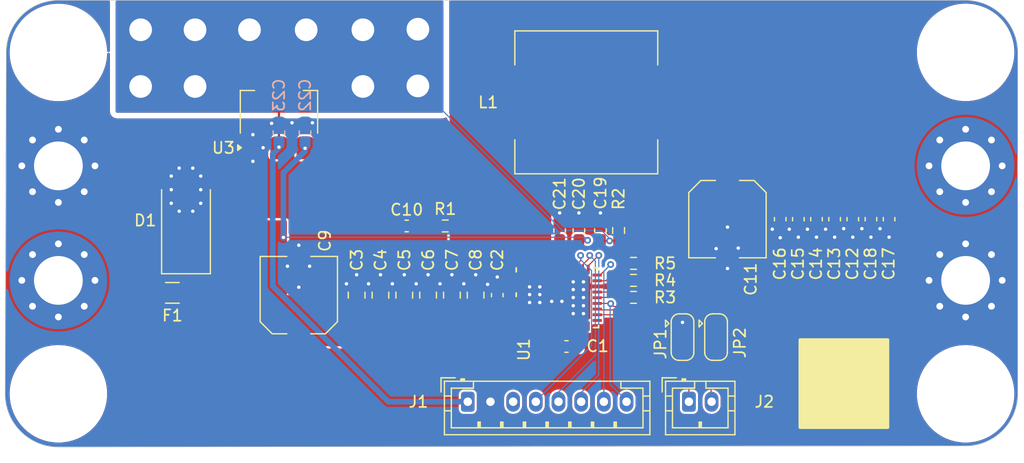
<source format=kicad_pcb>
(kicad_pcb (version 20241229) (generator "pcbnew") (generator_version "9.0")
  (layers (0 "F.Cu" signal) (4 "In1.Cu" signal) (6 "In2.Cu" signal) (2 "B.Cu" signal) (13 "F.Paste" user) (15 "B.Paste" user) (5 "F.SilkS" user "F.Silkscreen") (7 "B.SilkS" user "B.Silkscreen") (1 "F.Mask" user) (3 "B.Mask" user) (25 "Edge.Cuts" user))
  (net 0 "")
  (net 1 "Net-(U1-PH)")
  (net 2 "Net-(U1-BOOT)")
  (net 3 "GND")
  (net 4 "Vin")
  (net 5 "Net-(C10-Pad2)")
  (net 6 "Vout")
  (net 7 "+5V")
  (net 8 "Net-(U1-PVCC)")
  (net 9 "EN")
  (net 10 "Pgood")
  (net 11 "SCL")
  (net 12 "SALRT")
  (net 14 "SDA")
  (net 15 "Net-(J2-Pin_1)")
  (net 16 "Net-(J2-Pin_2)")
  (net 17 "Net-(JP1-C)")
  (net 18 "Net-(JP2-C)")
  (net 19 "Net-(L1-Pad1)")
  (net 20 "Net-(U1-ADDR)")
  (net 21 "Net-(U1-VSET)")
  (net 22 "Net-(U1-RT{slash}SYNC)")
  (net 28 "Net-(F1-Pad1)")
  (footprint "Capacitor_SMD:C_0805_2012Metric_Pad1.18x1.45mm_HandSolder" (layer "F.Cu") (at 133.649354 101.199 90)
    (property "Reference" "C4")
    (property "Value" "22u")
  )
  (footprint "Capacitor_SMD:C_0603_1608Metric_Pad1.08x0.95mm_HandSolder" (layer "F.Cu") (at 173.7 94.5 -90)
    (property "Reference" "C13")
    (property "Value" "10u")
  )
  (footprint "sonda_hv:logo" (layer "F.Cu") (at 126.5 110.5)
    (property "Reference" "G***" (hide yes))
    (property "Value" "LOGO" (hide yes))
  )
  (footprint "footprints:POWERPAK_MLP34-57_VIS" (layer "F.Cu") (at 149.254554 101.4291 90)
    (property "Reference" "U1")
    (property "Value" "SIC450ED-T1-GE3")
  )
  (footprint "Capacitor_SMD:C_0805_2012Metric_Pad1.18x1.45mm_HandSolder" (layer "F.Cu") (at 137.849354 101.199 90)
    (property "Reference" "C6")
    (property "Value" "22u")
  )
  (footprint "Fuse:Fuse_1206_3216Metric_Pad1.42x1.75mm_HandSolder" (layer "F.Cu") (at 115.3 101)
    (property "Reference" "F1")
    (property "Value" "30A")
  )
  (footprint "Capacitor_SMD:C_0805_2012Metric_Pad1.18x1.45mm_HandSolder" (layer "F.Cu") (at 135.749354 101.199 90)
    (property "Reference" "C5")
    (property "Value" "22u")
  )
  (footprint "Capacitor_SMD:C_0603_1608Metric_Pad1.08x0.95mm_HandSolder" (layer "F.Cu") (at 175.3 94.5 -90)
    (property "Reference" "C12")
    (property "Value" "10u")
  )
  (footprint "Capacitor_SMD:C_0603_1608Metric_Pad1.08x0.95mm_HandSolder" (layer "F.Cu") (at 176.9 94.5 -90)
    (property "Reference" "C18")
    (property "Value" "100n")
  )
  (footprint "Resistor_SMD:R_0603_1608Metric_Pad0.98x0.95mm_HandSolder" (layer "F.Cu") (at 155.961854 98.399 180)
    (property "Reference" "R5")
    (property "Value" "2.87k")
  )
  (footprint "MountingHole:MountingHole_4.3mm_M4" (layer "F.Cu") (at 185.249354 79.799)
    (property "Reference" "H6" (hide yes))
    (property "Value" "MountingHole")
  )
  (footprint "MountingHole:MountingHole_4.3mm_M4_Pad_Via" (layer "F.Cu") (at 105.249354 99.9)
    (property "Reference" "H1" (hide yes))
    (property "Value" "PWR_in")
  )
  (footprint "MountingHole:MountingHole_4.3mm_M4" (layer "F.Cu") (at 105.249354 79.799)
    (property "Reference" "H5" (hide yes))
    (property "Value" "MountingHole")
  )
  (footprint "MountingHole:MountingHole_4.3mm_M4_Pad_Via" (layer "F.Cu") (at 185.249354 89.799)
    (property "Reference" "H3" (hide yes))
    (property "Value" "PWR_out")
  )
  (footprint "Resistor_SMD:R_0603_1608Metric_Pad0.98x0.95mm_HandSolder" (layer "F.Cu") (at 155.961854 101.399 180)
    (property "Reference" "R3")
    (property "Value" "845")
  )
  (footprint "MountingHole:MountingHole_4.3mm_M4" (layer "F.Cu") (at 105.249354 109.899)
    (property "Reference" "H7" (hide yes))
    (property "Value" "MountingHole")
  )
  (footprint "MountingHole:MountingHole_4.3mm_M4_Pad_Via" (layer "F.Cu") (at 185.249354 99.899)
    (property "Reference" "H4" (hide yes))
    (property "Value" "GND_out")
  )
  (footprint "Diode_SMD:D_SMB_Handsoldering" (layer "F.Cu") (at 116.5 94.6 90)
    (property "Reference" "D1")
    (property "Value" "SMBJ16A")
  )
  (footprint "Capacitor_SMD:C_0603_1608Metric_Pad1.08x0.95mm_HandSolder" (layer "F.Cu") (at 150.054554 105.73012)
    (property "Reference" "C1")
    (property "Value" "100n")
  )
  (footprint "Capacitor_SMD:C_0603_1608Metric_Pad1.08x0.95mm_HandSolder" (layer "F.Cu") (at 143.949354 101.199 90)
    (property "Reference" "C2")
    (property "Value" "100n")
  )
  (footprint "Capacitor_SMD:C_0603_1608Metric_Pad1.08x0.95mm_HandSolder" (layer "F.Cu") (at 153.049354 95.499 -90)
    (property "Reference" "C19")
    (property "Value" "1u")
  )
  (footprint "Capacitor_SMD:C_0603_1608Metric_Pad1.08x0.95mm_HandSolder" (layer "F.Cu") (at 168.9 94.5 -90)
    (property "Reference" "C16")
    (property "Value" "10u")
  )
  (footprint "MountingHole:MountingHole_4.3mm_M4" (layer "F.Cu") (at 185.249354 109.899)
    (property "Reference" "H8" (hide yes))
    (property "Value" "MountingHole")
  )
  (footprint "Resistor_SMD:R_0603_1608Metric_Pad0.98x0.95mm_HandSolder" (layer "F.Cu") (at 155.961854 99.899 180)
    (property "Reference" "R4")
    (property "Value" "8.87k")
  )
  (footprint "Capacitor_SMD:C_Elec_6.3x7.7" (layer "F.Cu") (at 126.449354 101.199 90)
    (property "Reference" "C9")
    (property "Value" "220u")
  )
  (footprint "MountingHole:MountingHole_4.3mm_M4_Pad_Via" (layer "F.Cu") (at 105.249354 89.799)
    (property "Reference" "H2" (hide yes))
    (property "Value" "GND_in")
  )
  (footprint "Resistor_SMD:R_0603_1608Metric_Pad0.98x0.95mm_HandSolder" (layer "F.Cu") (at 139.3625 95.1 180)
    (property "Reference" "R1")
    (property "Value" "1k")
  )
  (footprint "Capacitor_SMD:C_0603_1608Metric_Pad1.08x0.95mm_HandSolder" (layer "F.Cu") (at 149.449354 95.499 -90)
    (property "Reference" "C21")
    (property "Value" "4.7u")
  )
  (footprint "Capacitor_SMD:C_0603_1608Metric_Pad1.08x0.95mm_HandSolder" (layer "F.Cu") (at 135.9625 95.1)
    (property "Reference" "C10")
    (property "Value" "100n")
  )
  (footprint "Capacitor_SMD:C_0805_2012Metric_Pad1.18x1.45mm_HandSolder" (layer "F.Cu") (at 142.039354 101.199 90)
    (property "Reference" "C8")
    (property "Value" "22u")
  )
  (footprint "Jumper:SolderJumper-3_P1.3mm_Open_RoundedPad1.0x1.5mm" (layer "F.Cu") (at 160.285 104.901 -90)
    (property "Reference" "JP1")
    (property "Value" "EXT_sens")
  )
  (footprint "Capacitor_SMD:C_0603_1608Metric_Pad1.08x0.95mm_HandSolder" (layer "F.Cu") (at 178.5 94.5 -90)
    (property "Reference" "C17")
    (property "Value" "10u")
  )
  (footprint "Inductor_SMD:L_12x12mm_H6mm" (layer "F.Cu") (at 151.8 84.2)
    (property "Reference" "L1")
    (property "Value" "0.22uH")
  )
  (footprint "Package_TO_SOT_SMD:SOT-223-3_TabPin2" (layer "F.Cu") (at 124.7 85.0625 90)
    (property "Reference" "U3")
    (property "Value" "AMS1117-5.0")
  )
  (footprint "Capacitor_SMD:C_0603_1608Metric_Pad1.08x0.95mm_HandSolder" (layer "F.Cu") (at 172.1 94.5 -90)
    (property "Reference" "C14")
    (property "Value" "10u")
  )
  (footprint "Capacitor_SMD:C_0805_2012Metric_Pad1.18x1.45mm_HandSolder" (layer "F.Cu") (at 139.949354 101.199 90)
    (property "Reference" "C7")
    (property "Value" "22u")
  )
  (footprint "Connector_JST:JST_PH_B2B-PH-K_1x02_P2.00mm_Vertical" (layer "F.Cu") (at 160.849354 110.599)
    (property "Reference" "J2")
    (property "Value" "Ext_sensing")
  )
  (footprint "Capacitor_SMD:C_0603_1608Metric_Pad1.08x0.95mm_HandSolder" (layer "F.Cu") (at 151.149354 95.499 -90)
    (property "Reference" "C20")
    (property "Value" "1u")
  )
  (footprint "Resistor_SMD:R_0603_1608Metric_Pad0.98x0.95mm_HandSolder" (layer "F.Cu") (at 154.649354 95.499 90)
    (property "Reference" "R2")
    (property "Value" "10k")
  )
  (footprint "Capacitor_SMD:C_Elec_6.3x7.7" (layer "F.Cu") (at 164.249354 94.5 -90)
    (property "Reference" "C11")
    (property "Value" "470u")
  )
  (footprint "Connector_JST:JST_PH_B8B-PH-K_1x08_P2.00mm_Vertical" (layer "F.Cu") (at 141.349354 110.599)
    (property "Reference" "J1")
    (property "Value" "I/O")
  )
  (footprint "Capacitor_SMD:C_0805_2012Metric_Pad1.18x1.45mm_HandSolder" (layer "F.Cu") (at 131.549354 101.199 90)
    (property "Reference" "C3")
    (property "Value" "22u")
  )
  (footprint "Jumper:SolderJumper-3_P1.3mm_Open_RoundedPad1.0x1.5mm" (layer "F.Cu") (at 163.2425 104.9 -90)
    (property "Reference" "JP2")
    (property "Value" "EXT_sens")
  )
  (footprint "Capacitor_SMD:C_0603_1608Metric_Pad1.08x0.95mm_HandSolder" (layer "F.Cu") (at 170.5 94.5 -90)
    (property "Reference" "C15")
    (property "Value" "10u")
  )
  (footprint "Capacitor_SMD:C_0603_1608Metric_Pad1.08x0.95mm_HandSolder" (layer "B.Cu") (at 127 86.8625 90)
    (property "Reference" "C22")
    (property "Value" "1u")
  )
  (footprint "Capacitor_SMD:C_0603_1608Metric_Pad1.08x0.95mm_HandSolder" (layer "B.Cu") (at 124.7 86.8625 90)
    (property "Reference" "C23")
    (property "Value" "1u")
  )
  (gr_line (start 189.849354 109.899) (end 189.849354 79.799) (stroke (width 0.05)) (layer "Edge.Cuts"))
  (gr_arc (start 100.649354 79.799) (mid 101.996663 76.546309) (end 105.249354 75.199) (stroke (width 0.05)) (layer "Edge.Cuts"))
  (gr_arc (start 185.249354 75.199) (mid 188.502045 76.546309) (end 189.849354 79.799) (stroke (width 0.05)) (layer "Edge.Cuts"))
  (gr_arc (start 105.249354 114.599) (mid 101.925952 113.222402) (end 100.549354 109.899) (stroke (width 0.05)) (layer "Edge.Cuts"))
  (gr_line (start 185.249354 75.199) (end 105.249354 75.199) (stroke (width 0.05)) (layer "Edge.Cuts"))
  (gr_arc (start 189.849354 109.899) (mid 188.502045 113.151691) (end 185.249354 114.499) (stroke (width 0.05)) (layer "Edge.Cuts"))
  (gr_line (start 105.249354 114.599) (end 185.249354 114.499) (stroke (width 0.05)) (layer "Edge.Cuts"))
  (gr_line (start 100.649354 79.799) (end 100.549354 109.899) (stroke (width 0.05)) (layer "Edge.Cuts"))
  (segment (start 149.475534 105.44664) (end 149.192054 105.73012) (width 0.1) (layer "F.Cu") (net 1))
  (segment (start 149.475534 103.931) (end 149.475534 105.44664) (width 0.1) (layer "F.Cu") (net 1))
  (segment (start 150.473754 105.28682) (end 150.917054 105.73012) (width 0.1) (layer "F.Cu") (net 2))
  (segment (start 150.473754 103.931) (end 150.473754 105.28682) (width 0.1) (layer "F.Cu") (net 2))
  (segment (start 168.9 95.3625) (end 178.5 95.3625) (width 0.2) (layer "F.Cu") (net 3))
  (via (at 168.900646 96.1375) (size 0.6) (drill 0.3) (layers "F.Cu" "B.Cu") (net 3))
  (via (at 126.45 96.8) (size 0.6) (drill 0.3) (layers "F.Cu" "B.Cu") (net 3))
  (via (at 143.1 100.25) (size 0.6) (drill 0.3) (layers "F.Cu" "B.Cu") (net 3))
  (via (at 115.2 91.9) (size 0.6) (drill 0.3) (layers "F.Cu" "B.Cu") (net 3))
  (via (at 149.45 93.95) (size 0.6) (drill 0.3) (layers "F.Cu" "B.Cu") (net 3))
  (via (at 150.65 100.03) (size 0.6) (drill 0.3) (layers "F.Cu" "B.Cu") (net 3))
  (via (at 172.900646 95.3875) (size 0.6) (drill 0.3) (layers "F.Cu" "B.Cu") (net 3))
  (via (at 115.9 93.8) (size 0.6) (drill 0.3) (layers "F.Cu" "B.Cu") (net 3))
  (via (at 169.700646 95.3875) (size 0.6) (drill 0.3) (layers "F.Cu" "B.Cu") (net 3))
  (via (at 164.25 95.2) (size 0.6) (drill 0.3) (layers "F.Cu" "B.Cu") (net 3))
  (via (at 146.8 100.47) (size 0.6) (drill 0.3) (layers "F.Cu" "B.Cu") (net 3))
  (via (at 146.8 101.85) (size 0.6) (drill 0.3) (layers "F.Cu" "B.Cu") (net 3))
  (via (at 122.400646 87.05) (size 0.6) (drill 0.3) (layers "F.Cu" "B.Cu") (net 3))
  (via (at 127.4 98.65) (size 0.6) (drill 0.3) (layers "F.Cu" "B.Cu") (net 3))
  (via (at 170.500646 96.0875) (size 0.6) (drill 0.3) (layers "F.Cu" "B.Cu") (net 3))
  (via (at 115.2 90.7) (size 0.6) (drill 0.3) (layers "F.Cu" "B.Cu") (net 3))
  (via (at 151.55 101.41) (size 0.6) (drill 0.3) (layers "F.Cu" "B.Cu") (net 3))
  (via (at 115.2 93.1) (size 0.6) (drill 0.3) (layers "F.Cu" "B.Cu") (net 3))
  (via (at 117.8 90.7) (size 0.6) (drill 0.3) (layers "F.Cu" "B.Cu") (net 3))
  (via (at 137.85 99.4) (size 0.6) (drill 0.3) (layers "F.Cu" "B.Cu") (net 3))
  (via (at 149.65 101.75) (size 0.6) (drill 0.3) (layers "F.Cu" "B.Cu") (net 3))
  (via (at 151.55 102.13) (size 0.6) (drill 0.3) (layers "F.Cu" "B.Cu") (net 3))
  (via (at 147.7 101.85) (size 0.6) (drill 0.3) (layers "F.Cu" "B.Cu") (net 3))
  (via (at 174.500646 95.3375) (size 0.6) (drill 0.3) (layers "F.Cu" "B.Cu") (net 3))
  (via (at 124.050646 86.05) (size 0.6) (drill 0.3) (layers "F.Cu" "B.Cu") (net 3))
  (via (at 117.8 91.9) (size 0.6) (drill 0.3) (layers "F.Cu" "B.Cu") (net 3))
  (via (at 151.55 100.71) (size 0.6) (drill 0.3) (layers "F.Cu" "B.Cu") (net 3))
  (via (at 139.95 99.4) (size 0.6) (drill 0.3) (layers "F.Cu" "B.Cu") (net 3))
  (via (at 176.100646 95.3375) (size 0.6) (drill 0.3) (layers "F.Cu" "B.Cu") (net 3))
  (via (at 151.55 102.83) (size 0.6) (drill 0.3) (layers "F.Cu" "B.Cu") (net 3))
  (via (at 150.65 100.71) (size 0.6) (drill 0.3) (layers "F.Cu" "B.Cu") (net 3))
  (via (at 148.75 101.75) (size 0.6) (drill 0.3) (layers "F.Cu" "B.Cu") (net 3))
  (via (at 131.55 99.4) (size 0.6) (drill 0.3) (layers "F.Cu" "B.Cu") (net 3))
  (via (at 133.65 99.4) (size 0.6) (drill 0.3) (layers "F.Cu" "B.Cu") (net 3))
  (via (at 172.100646 96.0875) (size 0.6) (drill 0.3) (layers "F.Cu" "B.Cu") (net 3))
  (via (at 153.05 93.95) (size 0.6) (drill 0.3) (layers "F.Cu" "B.Cu") (net 3))
  (via (at 177.700646 95.3375) (size 0.6) (drill 0.3) (layers "F.Cu" "B.Cu") (net 3))
  (via (at 147.7 101.15) (size 0.6) (drill 0.3) (layers "F.Cu" "B.Cu") (net 3))
  (via (at 146.8 101.15) (size 0.6) (drill 0.3) (layers "F.Cu" "B.Cu") (net 3))
  (via (at 138.9 100.2) (size 0.6) (drill 0.3) (layers "F.Cu" "B.Cu") (net 3))
  (via (at 150.65 102.13) (size 0.6) (drill 0.3) (layers "F.Cu" "B.Cu") (net 3))
  (via (at 142.05 99.4) (size 0.6) (drill 0.3) (layers "F.Cu" "B.Cu") (net 3))
  (via (at 143.95 99.6) (size 0.6) (drill 0.3) (layers "F.Cu" "B.Cu") (net 3))
  (via (at 168.200646 95.3875) (size 0.6) (drill 0.3) (layers "F.Cu" "B.Cu") (net 3))
  (via (at 117.8 93.1) (size 0.6) (drill 0.3) (layers "F.Cu" "B.Cu") (net 3))
  (via (at 125.850646 86) (size 0.6) (drill 0.3) (layers "F.Cu" "B.Cu") (net 3))
  (via (at 151.15 93.95) (size 0.6) (drill 0.3) (layers "F.Cu" "B.Cu") (net 3))
  (via (at 117.1 93.8) (size 0.6) (drill 0.3) (layers "F.Cu" "B.Cu") (net 3))
  (via (at 173.700646 96.0875) (size 0.6) (drill 0.3) (layers "F.Cu" "B.Cu") (net 3))
  (via (at 130.65 100.2) (size 0.6) (drill 0.3) (layers "F.Cu" "B.Cu") (net 3))
  (via (at 126.45 100.5) (size 0.6) (drill 0.3) (layers "F.Cu" "B.Cu") (net 3))
  (via (at 176.900646 96.0875) (size 0.6) (drill 0.3) (layers "F.Cu" "B.Cu") (net 3))
  (via (at 165.2 97.05) (size 0.6) (drill 0.3) (layers "F.Cu" "B.Cu") (net 3))
  (via (at 171.300646 95.3875) (size 0.6) (drill 0.3) (layers "F.Cu" "B.Cu") (net 3))
  (via (at 141 100.2) (size 0.6) (drill 0.3) (layers "F.Cu" "B.Cu") (net 3))
  (via (at 122.400646 89.4) (size 0.6) (drill 0.3) (layers "F.Cu" "B.Cu") (net 3))
  (via (at 127.650646 86) (size 0.6) (drill 0.3) (layers "F.Cu" "B.Cu") (net 3))
  (via (at 136.8 100.2) (size 0.6) (drill 0.3) (layers "F.Cu" "B.Cu") (net 3))
  (via (at 132.6 100.2) (size 0.6) (drill 0.3) (layers "F.Cu" "B.Cu") (net 3))
  (via (at 164.25 98.85) (size 0.6) (drill 0.3) (layers "F.Cu" "B.Cu") (net 3))
  (via (at 150.65 102.83) (size 0.6) (drill 0.3) (layers "F.Cu" "B.Cu") (net 3))
  (via (at 115.9 90) (size 0.6) (drill 0.3) (layers "F.Cu" "B.Cu") (net 3))
  (via (at 163.25 97.1) (size 0.6) (drill 0.3) (layers "F.Cu" "B.Cu") (net 3))
  (via (at 160.285 103.601) (size 0.6) (drill 0.3) (layers "F.Cu" "B.Cu") (net 3))
  (via (at 150.65 101.41) (size 0.6) (drill 0.3) (layers "F.Cu" "B.Cu") (net 3))
  (via (at 175.300646 96.0875) (size 0.6) (drill 0.3) (layers "F.Cu" "B.Cu") (net 3))
  (via (at 123.300646 88.2) (size 0.6) (drill 0.3) (layers "F.Cu" "B.Cu") (net 3))
  (via (at 134.7 100.2) (size 0.6) (drill 0.3) (layers "F.Cu" "B.Cu") (net 3))
  (via (at 117.1 90) (size 0.6) (drill 0.3) (layers "F.Cu" "B.Cu") (net 3))
  (via (at 151.55 100.03) (size 0.6) (drill 0.3) (layers "F.Cu" "B.Cu") (net 3))
  (via (at 125.45 98.65) (size 0.6) (drill 0.3) (layers "F.Cu" "B.Cu") (net 3))
  (via (at 178.500646 96.0875) (size 0.6) (drill 0.3) (layers "F.Cu" "B.Cu") (net 3))
  (via (at 135.75 99.4) (size 0.6) (drill 0.3) (layers "F.Cu" "B.Cu") (net 3))
  (via (at 147.7 100.47) (size 0.6) (drill 0.3) (layers "F.Cu" "B.Cu") (net 3))
  (segment (start 124.7 86) (end 127 86) (width 0.2) (layer "B.Cu") (net 3))
  (segment (start 151.911854 96.3615) (end 151.149354 96.3615) (width 0.1) (layer "F.Cu") (net 4))
  (segment (start 149.973374 97.53748) (end 151.149354 96.3615) (width 0.1) (layer "F.Cu") (net 4))
  (segment (start 149.973374 98.9272) (end 149.973374 97.53748) (width 0.1) (layer "F.Cu") (net 4))
  (via (at 127 88.25) (size 0.6) (drill 0.3) (layers "F.Cu" "B.Cu") (net 4))
  (via (at 151.911854 96.3615) (size 0.6) (drill 0.3) (layers "F.Cu" "B.Cu") (net 4))
  (via (at 125.09 96.11) (size 0.6) (drill 0.3) (layers "F.Cu" "B.Cu") (net 4))
  (segment (start 127 88.500646) (end 127 88.25) (width 0.5) (layer "B.Cu") (net 4))
  (segment (start 125.09 96.11) (end 125.09 90.410646) (width 0.5) (layer "B.Cu") (net 4))
  (segment (start 127 88.25) (end 127 88.2125) (width 0.5) (layer "B.Cu") (net 4))
  (segment (start 125.09 90.410646) (end 125.640646 89.86) (width 0.5) (layer "B.Cu") (net 4))
  (segment (start 151.650354 96.1) (end 151.911854 96.3615) (width 0.1) (layer "B.Cu") (net 4))
  (segment (start 125.640646 89.86) (end 127 88.500646) (width 0.5) (layer "B.Cu") (net 4))
  (segment (start 125.1 96.1) (end 151.650354 96.1) (width 0.1) (layer "B.Cu") (net 4))
  (segment (start 125.09 96.11) (end 125.1 96.1) (width 0.1) (layer "B.Cu") (net 4))
  (segment (start 136.825 95.1) (end 138.45 95.1) (width 0.2) (layer "F.Cu") (net 5))
  (segment (start 185.249354 91.250646) (end 185.249354 89.799) (width 0.1) (layer "F.Cu") (net 6))
  (segment (start 172.9 103.6) (end 185.249354 91.250646) (width 0.1) (layer "F.Cu") (net 6))
  (segment (start 163.2425 103.6) (end 172.9 103.6) (width 0.1) (layer "F.Cu") (net 6))
  (segment (start 152.260854 97.15) (end 153.049354 96.3615) (width 0.1) (layer "F.Cu") (net 7))
  (segment (start 124.7 88.2125) (end 124.7 88.15) (width 0.2) (layer "F.Cu") (net 7))
  (segment (start 124.7 88.15) (end 124.7 81.9125) (width 0.2) (layer "F.Cu") (net 7))
  (segment (start 154.649354 96.4115) (end 153.099354 96.4115) (width 0.1) (layer "F.Cu") (net 7))
  (segment (start 150.894463 97.15) (end 152.260854 97.15) (width 0.1) (layer "F.Cu") (net 7))
  (segment (start 150.473754 98.9272) (end 150.473754 97.570709) (width 0.1) (layer "F.Cu") (net 7))
  (segment (start 153.099354 96.4115) (end 153.049354 96.3615) (width 0.1) (layer "F.Cu") (net 7))
  (segment (start 150.473754 97.570709) (end 150.894463 97.15) (width 0.1) (layer "F.Cu") (net 7))
  (via (at 153.849354 96.4115) (size 0.6) (drill 0.3) (layers "F.Cu" "B.Cu") (net 7))
  (via (at 124.7 88.15) (size 0.6) (drill 0.3) (layers "F.Cu" "B.Cu") (net 7))
  (via (at 132.1 82.799) (size 4) (drill 2) (layers "F.Cu" "B.Cu") (net 7))
  (via (at 136.950646 77.749646) (size 4) (drill 2) (layers "F.Cu" "B.Cu") (net 7))
  (via (at 117.3 77.799) (size 4) (drill 2) (layers "F.Cu" "B.Cu") (net 7))
  (via (at 136.950646 82.749646) (size 4) (drill 2) (layers "F.Cu" "B.Cu") (net 7))
  (via (at 127.1 77.799) (size 4) (drill 2) (layers "F.Cu" "B.Cu") (net 7))
  (via (at 132.1 77.799) (size 4) (drill 2) (layers "F.Cu" "B.Cu") (net 7))
  (via (at 122.1 77.799) (size 4) (drill 2) (layers "F.Cu" "B.Cu") (net 7))
  (via (at 112.500646 82.8) (size 4) (drill 2) (layers "F.Cu" "B.Cu") (net 7))
  (via (at 112.500646 77.8) (size 4) (drill 2) (layers "F.Cu" "B.Cu") (net 7))
  (via (at 117.3 82.799) (size 4) (drill 2) (layers "F.Cu" "B.Cu") (net 7))
  (segment (start 153.849354 96.199354) (end 153.15 95.5) (width 0.1) (layer "B.Cu") (net 7))
  (segment (start 153.849354 96.4115) (end 153.849354 96.199354) (width 0.1) (layer "B.Cu") (net 7))
  (segment (start 136.950646 82.8) (end 136.950646 82.749646) (width 0.1) (layer "B.Cu") (net 7))
  (segment (start 124.149354 100.399354) (end 124.149354 88.763146) (width 0.5) (layer "B.Cu") (net 7))
  (segment (start 124.149354 88.763146) (end 124.7 88.2125) (width 0.5) (layer "B.Cu") (net 7))
  (segment (start 134.349 110.599) (end 124.149354 100.399354) (width 0.5) (layer "B.Cu") (net 7))
  (segment (start 132.1 82.849354) (end 132.1 82.799) (width 0.1) (layer "B.Cu") (net 7))
  (segment (start 153.15 95.5) (end 149.701 95.5) (width 0.1) (layer "B.Cu") (net 7))
  (segment (start 149.701 95.5) (end 137.050354 82.849354) (width 0.1) (layer "B.Cu") (net 7))
  (segment (start 141.349354 110.599) (end 134.349 110.599) (width 0.5) (layer "B.Cu") (net 7))
  (segment (start 149.475534 98.9272) (end 149.475534 96.38768) (width 0.1) (layer "F.Cu") (net 8))
  (segment (start 149.475534 96.38768) (end 149.449354 96.3615) (width 0.1) (layer "F.Cu") (net 8))
  (segment (start 151.299997 97.7) (end 151.299997 98.150001) (width 0.1) (layer "F.Cu") (net 9))
  (segment (start 150.974134 98.475864) (end 150.974134 98.9272) (width 0.1) (layer "F.Cu") (net 9))
  (segment (start 151.299997 98.150001) (end 150.974134 98.475864) (width 0.1) (layer "F.Cu") (net 9))
  (via (at 151.299997 97.7) (size 0.6) (drill 0.3) (layers "F.Cu" "B.Cu") (net 9))
  (segment (start 151.299997 97.7) (end 151.299997 98.074302) (width 0.1) (layer "B.Cu") (net 9))
  (segment (start 152.26 105.64) (end 147.349354 110.550646) (width 0.1) (layer "B.Cu") (net 9))
  (segment (start 152.26 99.034305) (end 152.26 105.64) (width 0.1) (layer "B.Cu") (net 9))
  (segment (start 147.349354 110.550646) (end 147.349354 110.599) (width 0.1) (layer "B.Cu") (net 9))
  (segment (start 151.299997 98.074302) (end 152.26 99.034305) (width 0.1) (layer "B.Cu") (net 9))
  (segment (start 153.929834 101.92948) (end 152.759754 101.92948) (width 0.1) (layer "F.Cu") (net 10))
  (segment (start 154.199354 102.199) (end 153.949354 101.949) (width 0.1) (layer "F.Cu") (net 10))
  (segment (start 153.949354 101.949) (end 153.929834 101.92948) (width 0.1) (layer "F.Cu") (net 10))
  (segment (start 155.434278 102.199) (end 154.199354 102.199) (width 0.1) (layer "F.Cu") (net 10))
  (segment (start 155.787854 95.725) (end 155.787854 101.845424) (width 0.1) (layer "F.Cu") (net 10))
  (segment (start 154.649354 94.5865) (end 155.787854 95.725) (width 0.1) (layer "F.Cu") (net 10))
  (segment (start 155.787854 101.845424) (end 155.434278 102.199) (width 0.1) (layer "F.Cu") (net 10))
  (via (at 153.949354 101.949) (size 0.6) (drill 0.3) (layers "F.Cu" "B.Cu") (net 10))
  (segment (start 155.349354 110.499354) (end 153.9 109.05) (width 0.1) (layer "B.Cu") (net 10))
  (segment (start 155.349354 110.599) (end 155.349354 110.499354) (width 0.1) (layer "B.Cu") (net 10))
  (segment (start 153.9 109.05) (end 153.9 101.998354) (width 0.1) (layer "B.Cu") (net 10))
  (segment (start 153.9 101.998354) (end 153.949354 101.949) (width 0.1) (layer "B.Cu") (net 10))
  (segment (start 152.1 97.9) (end 151.474514 98.525486) (width 0.1) (layer "F.Cu") (net 11))
  (segment (start 152.1 97.7) (end 152.1 97.9) (width 0.1) (layer "F.Cu") (net 11))
  (segment (start 151.474514 98.525486) (end 151.474514 98.9272) (width 0.1) (layer "F.Cu") (net 11))
  (via (at 152.1 97.7) (size 0.6) (drill 0.3) (layers "F.Cu" "B.Cu") (net 11))
  (segment (start 152.6 106.5) (end 149.349354 109.750646) (width 0.1) (layer "B.Cu") (net 11))
  (segment (start 152.6 98.2) (end 152.6 106.5) (width 0.1) (layer "B.Cu") (net 11))
  (segment (start 149.349354 109.750646) (end 149.349354 110.599) (width 0.1) (layer "B.Cu") (net 11))
  (segment (start 152.1 97.7) (end 152.6 98.2) (width 0.1) (layer "B.Cu") (net 11))
  (segment (start 153.949354 98.499) (end 153.018234 99.43012) (width 0.1) (layer "F.Cu") (net 12))
  (segment (start 153.018234 99.43012) (end 152.759754 99.43012) (width 0.1) (layer "F.Cu") (net 12))
  (via (at 153.949354 98.499) (size 0.6) (drill 0.3) (layers "F.Cu" "B.Cu") (net 12))
  (segment (start 153.349354 99.099) (end 153.349354 110.599) (width 0.1) (layer "B.Cu") (net 12))
  (segment (start 153.949354 98.499) (end 153.349354 99.099) (width 0.1) (layer "B.Cu") (net 12))
  (segment (start 151.974894 98.606381) (end 152.881275 97.7) (width 0.1) (layer "F.Cu") (net 14))
  (segment (start 152.881275 97.7) (end 152.9 97.7) (width 0.1) (layer "F.Cu") (net 14))
  (segment (start 151.974894 98.9272) (end 151.974894 98.606381) (width 0.1) (layer "F.Cu") (net 14))
  (via (at 152.9 97.7) (size 0.6) (drill 0.3) (layers "F.Cu" "B.Cu") (net 14))
  (segment (start 152.9 108.25) (end 151.349354 109.800646) (width 0.1) (layer "B.Cu") (net 14))
  (segment (start 151.349354 109.800646) (end 151.349354 110.599) (width 0.1) (layer "B.Cu") (net 14))
  (segment (start 152.9 97.7) (end 152.9 108.25) (width 0.1) (layer "B.Cu") (net 14))
  (segment (start 160.849354 106.765354) (end 160.849354 110.599) (width 0.1) (layer "F.Cu") (net 15))
  (segment (start 160.285 106.201) (end 160.849354 106.765354) (width 0.1) (layer "F.Cu") (net 15))
  (segment (start 162.8 110.549646) (end 162.849354 110.599) (width 0.1) (layer "F.Cu") (net 16))
  (segment (start 162.8 106.6425) (end 162.8 110.549646) (width 0.1) (layer "F.Cu") (net 16))
  (segment (start 163.2425 106.2) (end 162.8 106.6425) (width 0.1) (layer "F.Cu") (net 16))
  (segment (start 152.759754 102.93024) (end 157.9522 102.93024) (width 0.1) (layer "F.Cu") (net 17))
  (segment (start 159.92296 104.901) (end 160.285 104.901) (width 0.1) (layer "F.Cu") (net 17))
  (segment (start 157.9522 102.93024) (end 159.92296 104.901) (width 0.1) (layer "F.Cu") (net 17))
  (segment (start 163.2425 104.9) (end 162.6 104.9) (width 0.1) (layer "F.Cu") (net 18))
  (segment (start 161.8 104.1) (end 161.8 103.1) (width 0.1) (layer "F.Cu") (net 18))
  (segment (start 162.6 104.9) (end 161.8 104.1) (width 0.1) (layer "F.Cu") (net 18))
  (segment (start 161.8 103.1) (end 161.2 102.5) (width 0.1) (layer "F.Cu") (net 18))
  (segment (start 161.2 102.5) (end 152.829894 102.5) (width 0.1) (layer "F.Cu") (net 18))
  (segment (start 152.829894 102.5) (end 152.759754 102.42986) (width 0.1) (layer "F.Cu") (net 18))
  (segment (start 152.789854 101.399) (end 155.049354 101.399) (width 0.1) (layer "F.Cu") (net 20))
  (segment (start 152.759754 101.4291) (end 152.789854 101.399) (width 0.1) (layer "F.Cu") (net 20))
  (segment (start 155.049354 99.899) (end 154.019634 100.92872) (width 0.1) (layer "F.Cu") (net 21))
  (segment (start 154.019634 100.92872) (end 152.759754 100.92872) (width 0.1) (layer "F.Cu") (net 21))
  (segment (start 155.049354 99.799) (end 155.049354 99.899) (width 0.1) (layer "F.Cu") (net 21))
  (segment (start 152.759754 99.92796) (end 153.520394 99.92796) (width 0.1) (layer "F.Cu") (net 22))
  (segment (start 155.049354 98.399) (end 155.049354 98.199) (width 0.1) (layer "F.Cu") (net 22))
  (segment (start 153.520394 99.92796) (end 155.049354 98.399) (width 0.1) (layer "F.Cu") (net 22))
  (zone (net 4) (net_name "Vin") (layer "F.Cu") (priority 4) (connect_pads yes (clearance 0)) (min_thickness 0.25) (fill yes (thermal_gap 0.5) (thermal_bridge_width 0.5))
    (polygon (pts (xy 115.1 94.61) (xy 125.4 94.61) (xy 125.4 101.200001) (xy 144.9 101.20002) (xy 144.9 102.3) (xy 149.8 102.3) (xy 149.8 103.2) (xy 149.109774 103.17916) (xy 149.109774 105.7) (xy 115.1 105.7)))
  )
  (zone (net 28) (net_name "Net-(F1-Pad1)") (layer "F.Cu") (priority 5) (connect_pads yes (clearance 0)) (min_thickness 0.25) (fill yes (thermal_gap 0.5) (thermal_bridge_width 0.5))
    (polygon (pts (xy 115 94.6) (xy 115 105.7) (xy 100.6 105.7) (xy 100.6 94.6)))
  )
  (zone (net 19) (net_name "Net-(L1-Pad1)") (layer "F.Cu") (priority 2) (connect_pads yes (clearance 0)) (min_thickness 0.25) (fill yes (thermal_gap 0.5) (thermal_bridge_width 0.5) (smoothing fillet))
    (polygon (pts (xy 144.22 96.75) (xy 139.75 96.75) (xy 139.75 75.2) (xy 151.54 75.2) (xy 151.54 93.84) (xy 148.708757 93.84) (xy 148.697877 99.781066) (xy 144.22 99.775495)))
  )
  (zone (net 6) (net_name "Vout") (layer "F.Cu") (priority 3) (connect_pads yes (clearance 0)) (min_thickness 0.25) (fill yes (thermal_gap 0.5) (thermal_bridge_width 0.5) (smoothing fillet))
    (polygon (pts (xy 189.8 94.4) (xy 155.382148 94.492273) (xy 155.379571 93.83) (xy 151.9 93.83) (xy 151.9 75.202836) (xy 189.849354 75.199)))
  )
  (zone (net 7) (net_name "+5V") (layers "F.Cu" "B.Cu") (priority 1) (connect_pads yes (clearance 0.5)) (min_thickness 0.25) (fill yes (thermal_gap 0.5) (thermal_bridge_width 0.5))
    (polygon (pts (xy 110.3 75.213303) (xy 139.2 75.213303) (xy 139.2 85.113303) (xy 110.3 85.113303)))
  )
  (zone (net 0) (net_name "") (layers "F.Cu" "B.Cu" "In1.Cu" "In2.Cu") (connect_pads yes (clearance 0)) (min_thickness 0.25)
    (keepout (tracks not_allowed) (vias not_allowed) (pads not_allowed) (copperpour not_allowed) (footprints not_allowed))
    (fill (thermal_gap 0.5) (thermal_bridge_width 0.5))
    (polygon (pts (arc (start 180.949586 79.790917) (mid 189.549586 79.790917) (end 180.949586 79.790917))))
  )
  (zone (net 0) (net_name "") (layers "F.Cu" "B.Cu" "In1.Cu" "In2.Cu") (connect_pads yes (clearance 0)) (min_thickness 0.25)
    (keepout (tracks not_allowed) (vias not_allowed) (pads not_allowed) (copperpour not_allowed) (footprints not_allowed))
    (fill (thermal_gap 0.5) (thermal_bridge_width 0.5))
    (polygon (pts (arc (start 100.949354 109.899498) (mid 109.549354 109.899498) (end 100.949354 109.899498))))
  )
  (zone (net 3) (net_name "GND") (layers "F.Cu" "B.Cu" "In1.Cu" "In2.Cu") (connect_pads yes (clearance 0)) (min_thickness 0.25) (fill yes (thermal_gap 0.5) (thermal_bridge_width 0.5) (smoothing fillet))
    (polygon (pts (xy 100.549354 114.599) (xy 100.648849 75.199) (xy 189.849354 75.199) (xy 189.849354 114.599)))
  )
  (zone (net 0) (net_name "") (layers "F.Cu" "B.Cu" "In1.Cu" "In2.Cu") (connect_pads yes (clearance 0)) (min_thickness 0.25)
    (keepout (tracks not_allowed) (vias not_allowed) (pads not_allowed) (copperpour not_allowed) (footprints not_allowed))
    (fill (thermal_gap 0.5) (thermal_bridge_width 0.5))
    (polygon (pts (arc (start 180.949354 109.898502) (mid 189.549354 109.898502) (end 180.949354 109.898502))))
  )
  (zone (net 0) (net_name "") (layers "F.Cu" "B.Cu" "In1.Cu" "In2.Cu") (connect_pads yes (clearance 0)) (min_thickness 0.25)
    (keepout (tracks not_allowed) (vias not_allowed) (pads not_allowed) (copperpour not_allowed) (footprints not_allowed))
    (fill (thermal_gap 0.5) (thermal_bridge_width 0.5))
    (polygon (pts (arc (start 100.949354 79.799) (mid 109.549354 79.799) (end 100.949354 79.799))))
  )
  (zone (net 0) (net_name "") (layer "F.SilkS") (connect_pads yes (clearance 0)) (min_thickness 0.25) (fill yes (thermal_gap 0.5) (thermal_bridge_width 0.5))
    (polygon (pts (xy 170.515557 105) (xy 178.515557 105) (xy 178.515557 113) (xy 170.515557 113)))
  )
)
</source>
